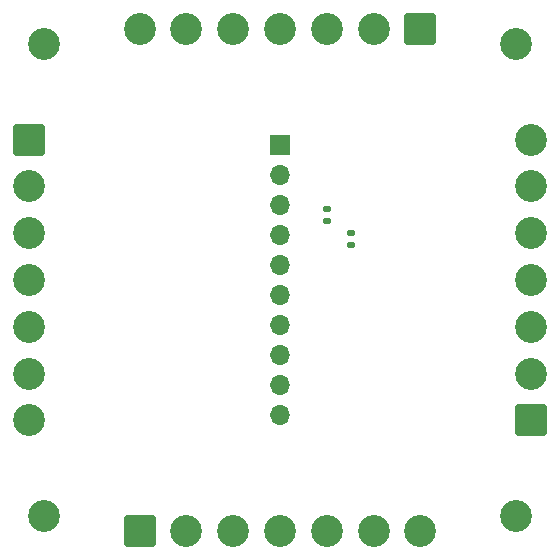
<source format=gbr>
%TF.GenerationSoftware,KiCad,Pcbnew,9.0.0*%
%TF.CreationDate,2025-03-24T11:20:55+01:00*%
%TF.ProjectId,PCB_Distrib,5043425f-4469-4737-9472-69622e6b6963,rev?*%
%TF.SameCoordinates,Original*%
%TF.FileFunction,Soldermask,Top*%
%TF.FilePolarity,Negative*%
%FSLAX46Y46*%
G04 Gerber Fmt 4.6, Leading zero omitted, Abs format (unit mm)*
G04 Created by KiCad (PCBNEW 9.0.0) date 2025-03-24 11:20:55*
%MOMM*%
%LPD*%
G01*
G04 APERTURE LIST*
G04 Aperture macros list*
%AMRoundRect*
0 Rectangle with rounded corners*
0 $1 Rounding radius*
0 $2 $3 $4 $5 $6 $7 $8 $9 X,Y pos of 4 corners*
0 Add a 4 corners polygon primitive as box body*
4,1,4,$2,$3,$4,$5,$6,$7,$8,$9,$2,$3,0*
0 Add four circle primitives for the rounded corners*
1,1,$1+$1,$2,$3*
1,1,$1+$1,$4,$5*
1,1,$1+$1,$6,$7*
1,1,$1+$1,$8,$9*
0 Add four rect primitives between the rounded corners*
20,1,$1+$1,$2,$3,$4,$5,0*
20,1,$1+$1,$4,$5,$6,$7,0*
20,1,$1+$1,$6,$7,$8,$9,0*
20,1,$1+$1,$8,$9,$2,$3,0*%
G04 Aperture macros list end*
%ADD10RoundRect,0.250001X-1.099999X1.099999X-1.099999X-1.099999X1.099999X-1.099999X1.099999X1.099999X0*%
%ADD11C,2.700000*%
%ADD12RoundRect,0.250001X1.099999X-1.099999X1.099999X1.099999X-1.099999X1.099999X-1.099999X-1.099999X0*%
%ADD13RoundRect,0.250001X1.099999X1.099999X-1.099999X1.099999X-1.099999X-1.099999X1.099999X-1.099999X0*%
%ADD14RoundRect,0.250001X-1.099999X-1.099999X1.099999X-1.099999X1.099999X1.099999X-1.099999X1.099999X0*%
%ADD15RoundRect,0.135000X-0.185000X0.135000X-0.185000X-0.135000X0.185000X-0.135000X0.185000X0.135000X0*%
%ADD16R,1.700000X1.700000*%
%ADD17O,1.700000X1.700000*%
G04 APERTURE END LIST*
D10*
%TO.C,JP2*%
X103775000Y-113120000D03*
D11*
X103775000Y-117080000D03*
X103775000Y-121040000D03*
X103775000Y-125000000D03*
X103775000Y-128960000D03*
X103775000Y-132920000D03*
X103775000Y-136880000D03*
%TD*%
%TO.C,H2*%
X145000000Y-105000000D03*
%TD*%
%TO.C,H4*%
X145000000Y-145000000D03*
%TD*%
D12*
%TO.C,JP4*%
X146225000Y-136880000D03*
D11*
X146225000Y-132920000D03*
X146225000Y-128960000D03*
X146225000Y-125000000D03*
X146225000Y-121040000D03*
X146225000Y-117080000D03*
X146225000Y-113120000D03*
%TD*%
D13*
%TO.C,JP1*%
X136880000Y-103775000D03*
D11*
X132920000Y-103775000D03*
X128960000Y-103775000D03*
X125000000Y-103775000D03*
X121040000Y-103775000D03*
X117080000Y-103775000D03*
X113120000Y-103775000D03*
%TD*%
%TO.C,H3*%
X105000000Y-145000000D03*
%TD*%
D14*
%TO.C,JP3*%
X113120000Y-146225000D03*
D11*
X117080000Y-146225000D03*
X121040000Y-146225000D03*
X125000000Y-146225000D03*
X128960000Y-146225000D03*
X132920000Y-146225000D03*
X136880000Y-146225000D03*
%TD*%
D15*
%TO.C,R5*%
X129000000Y-118990000D03*
X129000000Y-120010000D03*
%TD*%
D16*
%TO.C,JRasp1*%
X125000000Y-113575000D03*
D17*
X125000000Y-116115000D03*
X125000000Y-118655000D03*
X125000000Y-121195000D03*
X125000000Y-123735000D03*
X125000000Y-126275000D03*
X125000000Y-128815000D03*
X125000000Y-131355000D03*
X125000000Y-133895000D03*
X125000000Y-136435000D03*
%TD*%
D15*
%TO.C,R6*%
X131000000Y-120990000D03*
X131000000Y-122010000D03*
%TD*%
D11*
%TO.C,H1*%
X105000000Y-105000000D03*
%TD*%
M02*

</source>
